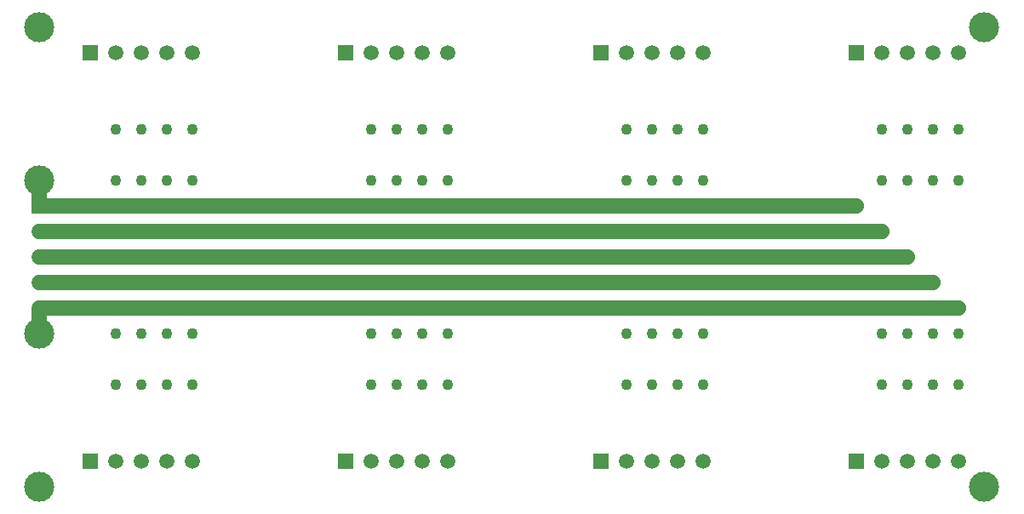
<source format=gtl>
G04 Layer_Physical_Order=1*
G04 Layer_Color=255*
%FSTAX24Y24*%
%MOIN*%
G70*
G01*
G75*
%ADD10C,0.0600*%
%ADD11C,0.1181*%
%ADD12R,0.0591X0.0591*%
%ADD13C,0.0591*%
%ADD14C,0.0433*%
%ADD15R,0.0591X0.0591*%
%ADD16C,0.0600*%
D10*
X047Y03D02*
X057D01*
X037D02*
X047D01*
X027D02*
X037D01*
X021D02*
X027D01*
X021Y029D02*
Y03D01*
X043Y034D02*
X053D01*
X033D02*
X043D01*
X023D02*
X033D01*
X021D02*
X023D01*
X021D02*
Y035D01*
Y031D02*
X056D01*
X021Y032D02*
X055D01*
X021Y033D02*
X054D01*
D11*
X021Y029D02*
D03*
Y035D02*
D03*
X058Y023D02*
D03*
Y041D02*
D03*
X021Y023D02*
D03*
Y041D02*
D03*
D12*
X053Y024D02*
D03*
X043D02*
D03*
X033D02*
D03*
X023D02*
D03*
X053Y04D02*
D03*
X043D02*
D03*
X033D02*
D03*
X023D02*
D03*
D13*
X054Y024D02*
D03*
X055D02*
D03*
X056D02*
D03*
X057D02*
D03*
X044D02*
D03*
X045D02*
D03*
X046D02*
D03*
X047D02*
D03*
X034D02*
D03*
X035D02*
D03*
X036D02*
D03*
X037D02*
D03*
X024D02*
D03*
X025D02*
D03*
X026D02*
D03*
X027D02*
D03*
X054Y04D02*
D03*
X055D02*
D03*
X056D02*
D03*
X057D02*
D03*
X044D02*
D03*
X045D02*
D03*
X046D02*
D03*
X047D02*
D03*
X034D02*
D03*
X035D02*
D03*
X036D02*
D03*
X037D02*
D03*
X024D02*
D03*
X025D02*
D03*
X026D02*
D03*
X027D02*
D03*
X021Y033D02*
D03*
Y032D02*
D03*
Y031D02*
D03*
Y03D02*
D03*
D14*
X024Y029D02*
D03*
Y027D02*
D03*
X025Y029D02*
D03*
Y027D02*
D03*
X026Y029D02*
D03*
Y027D02*
D03*
X027Y029D02*
D03*
Y027D02*
D03*
X034Y029D02*
D03*
Y027D02*
D03*
X035Y029D02*
D03*
Y027D02*
D03*
X036Y029D02*
D03*
Y027D02*
D03*
X037Y029D02*
D03*
Y027D02*
D03*
X044Y029D02*
D03*
Y027D02*
D03*
X045Y029D02*
D03*
Y027D02*
D03*
X046Y029D02*
D03*
Y027D02*
D03*
X047Y029D02*
D03*
Y027D02*
D03*
X054Y029D02*
D03*
Y027D02*
D03*
X055Y029D02*
D03*
Y027D02*
D03*
X056Y029D02*
D03*
Y027D02*
D03*
X057Y029D02*
D03*
Y027D02*
D03*
X037Y035D02*
D03*
Y037D02*
D03*
X036Y035D02*
D03*
Y037D02*
D03*
X035Y035D02*
D03*
Y037D02*
D03*
X034Y035D02*
D03*
Y037D02*
D03*
X027Y035D02*
D03*
Y037D02*
D03*
X026Y035D02*
D03*
Y037D02*
D03*
X025Y035D02*
D03*
Y037D02*
D03*
X024Y035D02*
D03*
Y037D02*
D03*
X057Y035D02*
D03*
Y037D02*
D03*
X056Y035D02*
D03*
Y037D02*
D03*
X055Y035D02*
D03*
Y037D02*
D03*
X054Y035D02*
D03*
Y037D02*
D03*
X047Y035D02*
D03*
Y037D02*
D03*
X046Y035D02*
D03*
Y037D02*
D03*
X045Y035D02*
D03*
Y037D02*
D03*
X044Y035D02*
D03*
Y037D02*
D03*
D15*
X021Y034D02*
D03*
D16*
X027Y03D02*
D03*
X026Y031D02*
D03*
X025Y032D02*
D03*
X024Y033D02*
D03*
X037Y03D02*
D03*
X036Y031D02*
D03*
X035Y032D02*
D03*
X034Y033D02*
D03*
X047Y03D02*
D03*
X046Y031D02*
D03*
X045Y032D02*
D03*
X044Y033D02*
D03*
X057Y03D02*
D03*
X056Y031D02*
D03*
X055Y032D02*
D03*
X054Y033D02*
D03*
X053Y034D02*
D03*
X043D02*
D03*
X033D02*
D03*
X023D02*
D03*
M02*

</source>
